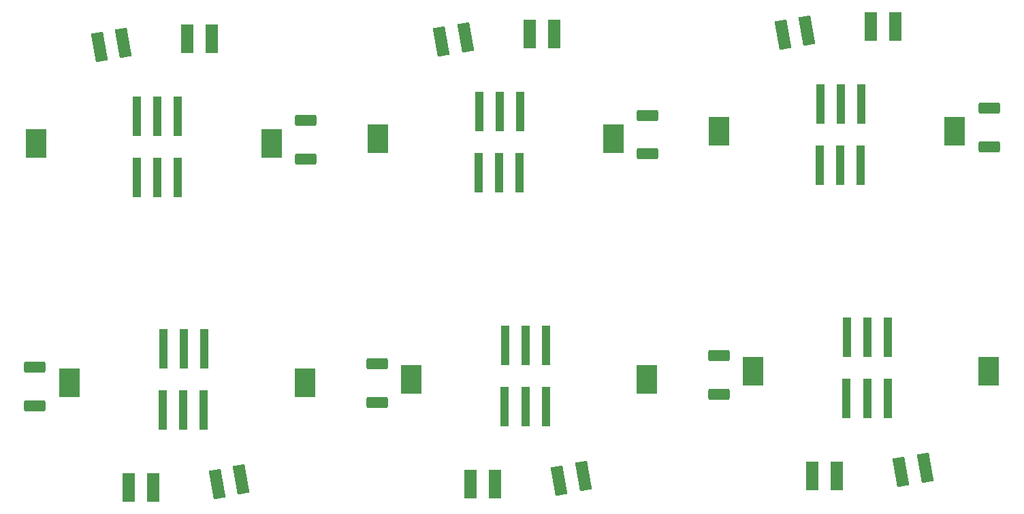
<source format=gbr>
%TF.GenerationSoftware,KiCad,Pcbnew,8.0.4*%
%TF.CreationDate,2024-08-25T22:48:33-07:00*%
%TF.ProjectId,SAOdumpsterfire-panel,53414f64-756d-4707-9374-657266697265,rev?*%
%TF.SameCoordinates,Original*%
%TF.FileFunction,Paste,Bot*%
%TF.FilePolarity,Positive*%
%FSLAX46Y46*%
G04 Gerber Fmt 4.6, Leading zero omitted, Abs format (unit mm)*
G04 Created by KiCad (PCBNEW 8.0.4) date 2024-08-25 22:48:33*
%MOMM*%
%LPD*%
G01*
G04 APERTURE LIST*
G04 Aperture macros list*
%AMRoundRect*
0 Rectangle with rounded corners*
0 $1 Rounding radius*
0 $2 $3 $4 $5 $6 $7 $8 $9 X,Y pos of 4 corners*
0 Add a 4 corners polygon primitive as box body*
4,1,4,$2,$3,$4,$5,$6,$7,$8,$9,$2,$3,0*
0 Add four circle primitives for the rounded corners*
1,1,$1+$1,$2,$3*
1,1,$1+$1,$4,$5*
1,1,$1+$1,$6,$7*
1,1,$1+$1,$8,$9*
0 Add four rect primitives between the rounded corners*
20,1,$1+$1,$2,$3,$4,$5,0*
20,1,$1+$1,$4,$5,$6,$7,0*
20,1,$1+$1,$6,$7,$8,$9,0*
20,1,$1+$1,$8,$9,$2,$3,0*%
%AMRotRect*
0 Rectangle, with rotation*
0 The origin of the aperture is its center*
0 $1 length*
0 $2 width*
0 $3 Rotation angle, in degrees counterclockwise*
0 Add horizontal line*
21,1,$1,$2,0,0,$3*%
G04 Aperture macros list end*
%ADD10RoundRect,0.249999X1.075001X-0.450001X1.075001X0.450001X-1.075001X0.450001X-1.075001X-0.450001X0*%
%ADD11RotRect,1.500000X3.600000X10.000000*%
%ADD12R,2.600000X3.600000*%
%ADD13R,1.500000X3.600000*%
%ADD14R,1.000000X5.000000*%
%ADD15RotRect,1.500000X3.600000X190.000000*%
%ADD16RoundRect,0.249999X-1.075001X0.450001X-1.075001X-0.450001X1.075001X-0.450001X1.075001X0.450001X0*%
G04 APERTURE END LIST*
D10*
%TO.C,R1*%
X169475002Y-115520005D03*
X169474998Y-110720001D03*
%TD*%
D11*
%TO.C,D1*%
X192123162Y-125209818D03*
X195126834Y-124680188D03*
%TD*%
D12*
%TO.C,BT1*%
X173725002Y-112644996D03*
X203025002Y-112644996D03*
%TD*%
D13*
%TO.C,D2*%
X181124995Y-125644997D03*
X184175003Y-125644997D03*
%TD*%
D14*
%TO.C,J2*%
X185369997Y-115989996D03*
X185400001Y-108389994D03*
X187920002Y-116019998D03*
X187939999Y-108389996D03*
X190460002Y-116019995D03*
X190480004Y-108389998D03*
%TD*%
D10*
%TO.C,R1*%
X126975002Y-116545005D03*
X126974998Y-111745001D03*
%TD*%
D11*
%TO.C,D1*%
X149623162Y-126234818D03*
X152626834Y-125705188D03*
%TD*%
D12*
%TO.C,BT1*%
X131225002Y-113669996D03*
X160525002Y-113669996D03*
%TD*%
D13*
%TO.C,D2*%
X138624995Y-126669997D03*
X141675003Y-126669997D03*
%TD*%
D14*
%TO.C,J2*%
X142869997Y-117014996D03*
X142900001Y-109414994D03*
X145420002Y-117044998D03*
X145439999Y-109414996D03*
X147960002Y-117044995D03*
X147980004Y-109414998D03*
%TD*%
D11*
%TO.C,D1*%
X107098162Y-126659818D03*
X110101834Y-126130188D03*
%TD*%
D13*
%TO.C,D2*%
X96099995Y-127094997D03*
X99150003Y-127094997D03*
%TD*%
D14*
%TO.C,J2*%
X100344997Y-117439996D03*
X100375001Y-109839994D03*
X102895002Y-117469998D03*
X102914999Y-109839996D03*
X105435002Y-117469995D03*
X105455004Y-109839998D03*
%TD*%
D12*
%TO.C,BT1*%
X88700002Y-114094996D03*
X118000002Y-114094996D03*
%TD*%
D10*
%TO.C,R1*%
X84450002Y-116970005D03*
X84449998Y-112170001D03*
%TD*%
D15*
%TO.C,D1*%
X95451832Y-71705187D03*
X92448168Y-72234813D03*
%TD*%
D13*
%TO.C,D2*%
X106450000Y-71270000D03*
X103400000Y-71270000D03*
%TD*%
D14*
%TO.C,J2*%
X102205000Y-80925000D03*
X102175000Y-88525000D03*
X99655000Y-80895000D03*
X99635000Y-88525000D03*
X97115000Y-80895000D03*
X97095000Y-88525000D03*
%TD*%
D12*
%TO.C,BT1*%
X113850000Y-84270000D03*
X84550000Y-84270000D03*
%TD*%
D16*
%TO.C,R1*%
X118099999Y-81394999D03*
X118100001Y-86195001D03*
%TD*%
D15*
%TO.C,D1*%
X138001832Y-71080187D03*
X134998168Y-71609813D03*
%TD*%
D13*
%TO.C,D2*%
X149000000Y-70645000D03*
X145950000Y-70645000D03*
%TD*%
D14*
%TO.C,J2*%
X144755000Y-80300000D03*
X144725000Y-87900000D03*
X142205000Y-80270000D03*
X142185000Y-87900000D03*
X139665000Y-80270000D03*
X139645000Y-87900000D03*
%TD*%
D12*
%TO.C,BT1*%
X156400000Y-83645000D03*
X127100000Y-83645000D03*
%TD*%
D16*
%TO.C,R1*%
X160649999Y-80769999D03*
X160650001Y-85570001D03*
%TD*%
D15*
%TO.C,D1*%
X180426832Y-70180187D03*
X177423168Y-70709813D03*
%TD*%
D13*
%TO.C,D2*%
X191425000Y-69745000D03*
X188375000Y-69745000D03*
%TD*%
D14*
%TO.C,J2*%
X187180000Y-79400000D03*
X187150000Y-87000000D03*
X184630000Y-79370000D03*
X184610000Y-87000000D03*
X182090000Y-79370000D03*
X182070000Y-87000000D03*
%TD*%
D12*
%TO.C,BT1*%
X198825000Y-82745000D03*
X169525000Y-82745000D03*
%TD*%
D16*
%TO.C,R1*%
X203074999Y-79869999D03*
X203075001Y-84670001D03*
%TD*%
M02*

</source>
